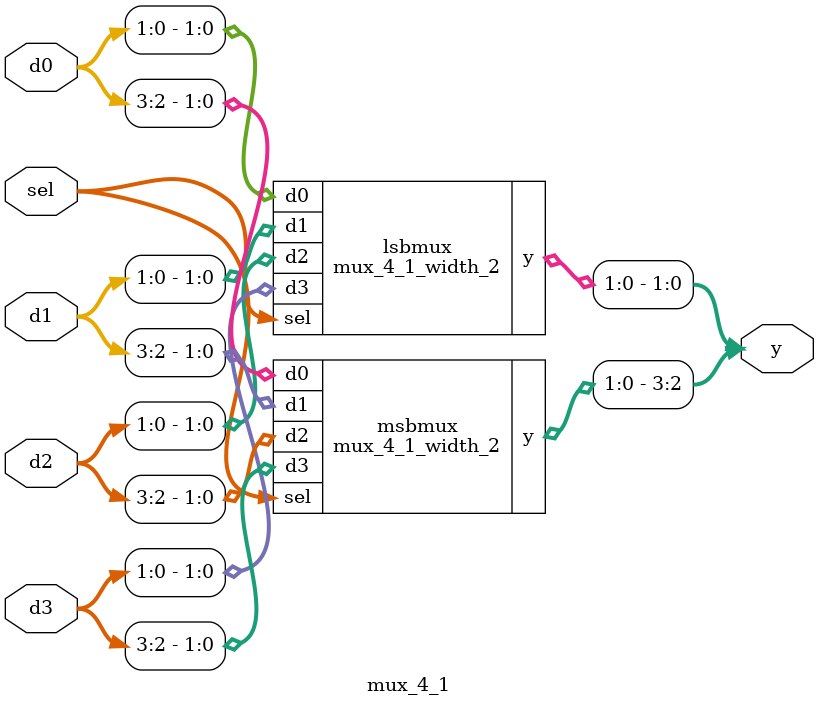
<source format=sv>

module mux_4_1_width_2
(
  input  [1:0] d0, d1, d2, d3,
  input  [1:0] sel,
  output [1:0] y
);

  assign y = sel [1] ? (sel [0] ? d3 : d2)
                     : (sel [0] ? d1 : d0);

endmodule

//----------------------------------------------------------------------------
// Task
//----------------------------------------------------------------------------

module mux_4_1
(
  input  [3:0] d0, d1, d2, d3,
  input  [1:0] sel,
  output [3:0] y
);

  mux_4_1_width_2 lsbmux (d0[1:0], d1[1:0], d2[1:0], d3[1:0], sel, y[1:0]);
  mux_4_1_width_2 msbmux (d0[3:2], d1[3:2], d2[3:2], d3[3:2], sel, y[3:2]);

endmodule

</source>
